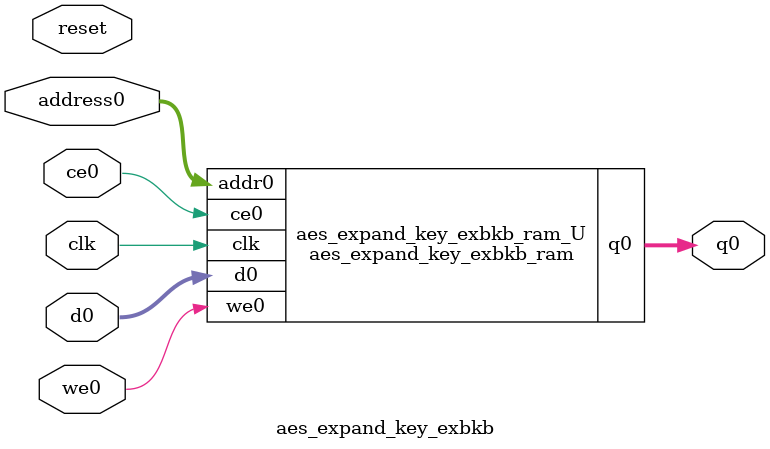
<source format=v>
`timescale 1 ns / 1 ps
module aes_expand_key_exbkb_ram (addr0, ce0, d0, we0, q0,  clk);

parameter DWIDTH = 16;
parameter AWIDTH = 8;
parameter MEM_SIZE = 240;

input[AWIDTH-1:0] addr0;
input ce0;
input[DWIDTH-1:0] d0;
input we0;
output reg[DWIDTH-1:0] q0;
input clk;

(* ram_style = "block" *)reg [DWIDTH-1:0] ram[0:MEM_SIZE-1];




always @(posedge clk)  
begin 
    if (ce0) 
    begin
        if (we0) 
        begin 
            ram[addr0] <= d0; 
        end 
        q0 <= ram[addr0];
    end
end


endmodule

`timescale 1 ns / 1 ps
module aes_expand_key_exbkb(
    reset,
    clk,
    address0,
    ce0,
    we0,
    d0,
    q0);

parameter DataWidth = 32'd16;
parameter AddressRange = 32'd240;
parameter AddressWidth = 32'd8;
input reset;
input clk;
input[AddressWidth - 1:0] address0;
input ce0;
input we0;
input[DataWidth - 1:0] d0;
output[DataWidth - 1:0] q0;



aes_expand_key_exbkb_ram aes_expand_key_exbkb_ram_U(
    .clk( clk ),
    .addr0( address0 ),
    .ce0( ce0 ),
    .we0( we0 ),
    .d0( d0 ),
    .q0( q0 ));

endmodule


</source>
